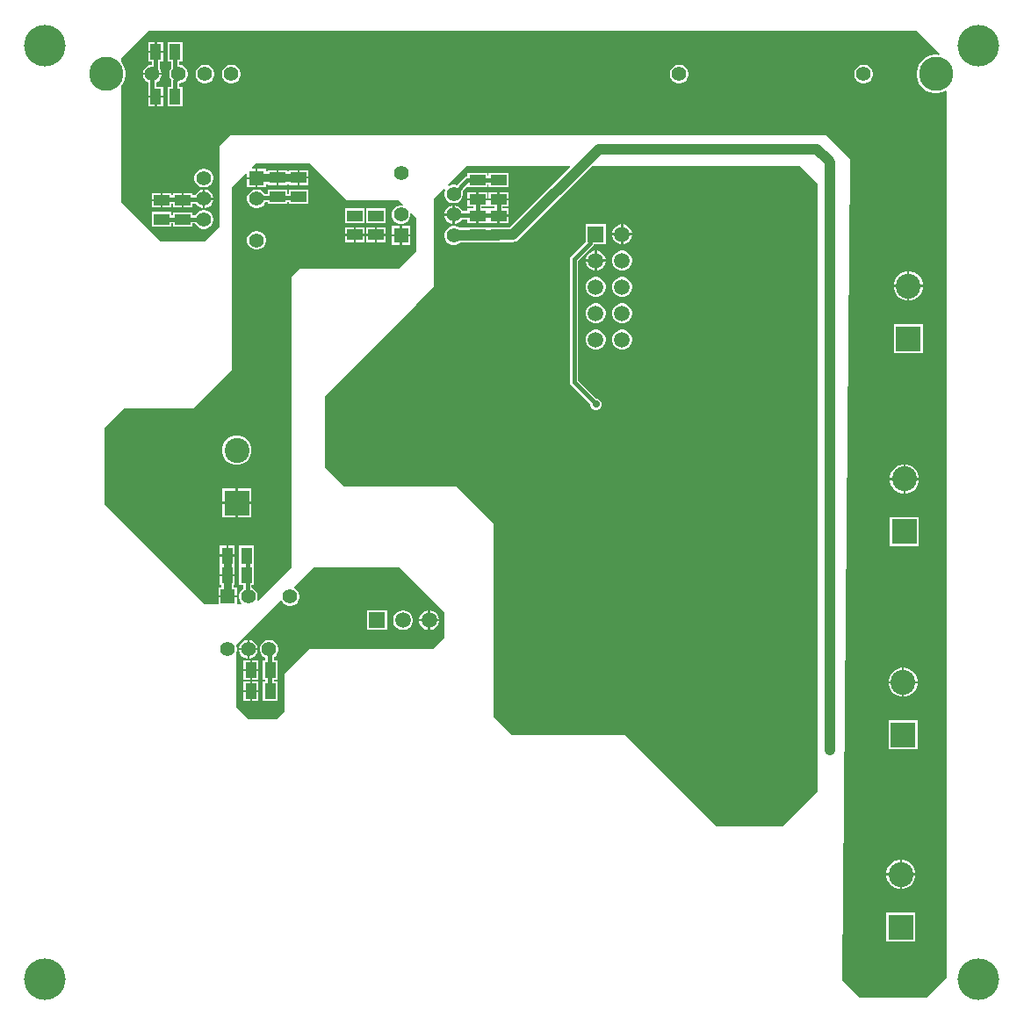
<source format=gbl>
G04*
G04 #@! TF.GenerationSoftware,Altium Limited,Altium Designer,23.11.1 (41)*
G04*
G04 Layer_Physical_Order=2*
G04 Layer_Color=16711680*
%FSLAX43Y43*%
%MOMM*%
G71*
G04*
G04 #@! TF.SameCoordinates,5C86F8B5-C48D-4B9D-AEF1-1A40F40C4F51*
G04*
G04*
G04 #@! TF.FilePolarity,Positive*
G04*
G01*
G75*
%ADD39R,1.500X1.000*%
%ADD40R,1.000X1.500*%
%ADD46C,0.381*%
%ADD47C,0.800*%
%ADD48R,1.400X1.400*%
%ADD49C,1.400*%
%ADD50C,3.300*%
%ADD51C,2.400*%
%ADD52R,2.400X2.400*%
%ADD53C,4.000*%
%ADD54C,1.508*%
%ADD55C,1.500*%
%ADD56R,1.500X1.500*%
%ADD57R,1.508X1.508*%
%ADD58R,1.400X1.400*%
%ADD59C,0.700*%
%ADD60C,1.000*%
G36*
X91213Y94187D02*
X91150Y94070D01*
X91065Y94087D01*
X90701D01*
X90343Y94016D01*
X90007Y93876D01*
X89704Y93674D01*
X89446Y93416D01*
X89244Y93113D01*
X89104Y92777D01*
X89033Y92419D01*
Y92055D01*
X89104Y91697D01*
X89244Y91361D01*
X89446Y91058D01*
X89704Y90800D01*
X90007Y90598D01*
X90343Y90458D01*
X90701Y90387D01*
X91065D01*
X91423Y90458D01*
X91759Y90598D01*
X91788Y90617D01*
X91900Y90557D01*
Y5100D01*
X90000Y3200D01*
X83500D01*
X81816Y4900D01*
X82565Y84035D01*
X80300Y86300D01*
X22800D01*
X21800Y85300D01*
Y77500D01*
X20400Y76100D01*
X17900Y76100D01*
X16100Y76100D01*
X12300Y79900D01*
Y91038D01*
X12320Y91058D01*
X12522Y91361D01*
X12662Y91697D01*
X12733Y92055D01*
Y92419D01*
X12662Y92777D01*
X12522Y93113D01*
X12320Y93416D01*
X12300Y93436D01*
Y93700D01*
X15000Y96400D01*
X89000D01*
X91213Y94187D01*
D02*
G37*
G36*
X34000Y80100D02*
X39100D01*
X39525Y79675D01*
X39459Y79561D01*
X39419Y79572D01*
X39183D01*
X38954Y79511D01*
X38748Y79392D01*
X38581Y79225D01*
X38462Y79019D01*
X38401Y78790D01*
Y78554D01*
X38462Y78325D01*
X38581Y78119D01*
X38748Y77952D01*
X38954Y77833D01*
X39183Y77772D01*
X39419D01*
X39648Y77833D01*
X39854Y77952D01*
X40021Y78119D01*
X40140Y78325D01*
X40201Y78554D01*
Y78790D01*
X40190Y78830D01*
X40304Y78896D01*
X40800Y78400D01*
Y75100D01*
X40700D01*
X39100Y73500D01*
X29600D01*
X28800Y72700D01*
Y44700D01*
X25519Y41419D01*
X25418Y41497D01*
X25432Y41522D01*
X25493Y41751D01*
Y41987D01*
X25432Y42216D01*
X25313Y42422D01*
X25146Y42589D01*
X24940Y42708D01*
X24898Y42719D01*
Y42951D01*
X25107D01*
Y44851D01*
X25107D01*
Y44856D01*
X25107D01*
Y46756D01*
X23707D01*
Y44856D01*
X23707D01*
Y44851D01*
X23707D01*
Y42951D01*
X24102D01*
Y42625D01*
X24040Y42589D01*
X23873Y42422D01*
X23754Y42216D01*
X23693Y41987D01*
Y41751D01*
X23754Y41522D01*
X23873Y41316D01*
X23962Y41227D01*
X23910Y41100D01*
X23493D01*
Y41769D01*
X22593D01*
X21693D01*
Y41100D01*
X20400Y41100D01*
X10700Y50800D01*
X10700Y58100D01*
X12600Y60000D01*
X19300D01*
X23000Y63700D01*
Y81300D01*
X24358Y82658D01*
X24475Y82609D01*
Y82309D01*
X25275D01*
Y83109D01*
X24975D01*
X24926Y83226D01*
X25300Y83600D01*
X30500D01*
X34000Y80100D01*
D02*
G37*
G36*
X79500Y81700D02*
Y23100D01*
X76100Y19700D01*
X69700D01*
X60900Y28500D01*
X50000D01*
X48200Y30300D01*
Y48900D01*
X44600Y52500D01*
X33800D01*
X32000Y54300D01*
Y61100D01*
X40800Y70000D01*
Y70100D01*
X42500Y71800D01*
Y80200D01*
X43500Y81200D01*
X43602Y81122D01*
X43542Y81019D01*
X43481Y80790D01*
Y80554D01*
X43542Y80325D01*
X43661Y80119D01*
X43828Y79952D01*
X44034Y79833D01*
X44263Y79772D01*
X44499D01*
X44728Y79833D01*
X44934Y79952D01*
X45101Y80119D01*
X45220Y80325D01*
X45281Y80554D01*
Y80790D01*
X45235Y80963D01*
X45622Y81350D01*
X45717Y81310D01*
Y81310D01*
X47617D01*
Y81613D01*
X47749D01*
Y81311D01*
X49649D01*
Y82711D01*
X47749D01*
Y82409D01*
X47617D01*
Y82710D01*
X45717D01*
Y82409D01*
X45568Y82379D01*
X45439Y82293D01*
X44672Y81526D01*
X44499Y81572D01*
X44263D01*
X44034Y81511D01*
X43931Y81451D01*
X43853Y81553D01*
X45700Y83400D01*
X55592D01*
X55641Y83283D01*
X49795Y77437D01*
X48699D01*
X48653Y77431D01*
X47749D01*
Y77408D01*
X47617D01*
Y77431D01*
X45717D01*
Y77408D01*
X44907D01*
X44728Y77511D01*
X44499Y77572D01*
X44263D01*
X44034Y77511D01*
X43828Y77392D01*
X43661Y77225D01*
X43542Y77019D01*
X43481Y76790D01*
Y76554D01*
X43542Y76325D01*
X43661Y76119D01*
X43828Y75952D01*
X44034Y75833D01*
X44263Y75772D01*
X44499D01*
X44728Y75833D01*
X44934Y75952D01*
X44977Y75995D01*
X48669D01*
X48852Y76020D01*
X48865Y76025D01*
X50087D01*
X50270Y76049D01*
X50440Y76120D01*
X50587Y76232D01*
X57755Y83400D01*
X77800D01*
X79500Y81700D01*
D02*
G37*
G36*
X43500Y40400D02*
Y37900D01*
X42400Y36800D01*
X30500D01*
X28100Y34400D01*
Y30800D01*
X27300Y30000D01*
X24600D01*
X23400Y31200D01*
Y36387D01*
X23432Y36442D01*
X23493Y36671D01*
Y36907D01*
X23432Y37136D01*
X23400Y37191D01*
Y37200D01*
X27649Y41449D01*
X27808Y41428D01*
X27873Y41316D01*
X28040Y41149D01*
X28246Y41030D01*
X28475Y40969D01*
X28711D01*
X28940Y41030D01*
X29146Y41149D01*
X29313Y41316D01*
X29432Y41522D01*
X29493Y41751D01*
Y41987D01*
X29432Y42216D01*
X29313Y42422D01*
X29146Y42589D01*
X29034Y42654D01*
X29013Y42813D01*
X30900Y44700D01*
X39200D01*
X43500Y40400D01*
D02*
G37*
%LPC*%
G36*
X16368Y95346D02*
X15768D01*
Y94496D01*
X16368D01*
Y95346D01*
D02*
G37*
G36*
X15568D02*
X14968D01*
Y94496D01*
X15568D01*
Y95346D01*
D02*
G37*
G36*
X16368Y94296D02*
X15668D01*
X14968D01*
Y93446D01*
X15270D01*
Y93137D01*
X15205D01*
X14976Y93076D01*
X14770Y92957D01*
X14603Y92790D01*
X14484Y92584D01*
X14423Y92355D01*
Y92337D01*
X16223D01*
Y92355D01*
X16162Y92584D01*
X16050Y92777D01*
X16066Y92858D01*
Y93446D01*
X16368D01*
Y94296D01*
D02*
G37*
G36*
X84021Y93137D02*
X83785D01*
X83556Y93076D01*
X83350Y92957D01*
X83183Y92790D01*
X83064Y92584D01*
X83003Y92355D01*
Y92119D01*
X83064Y91890D01*
X83183Y91684D01*
X83350Y91517D01*
X83556Y91398D01*
X83785Y91337D01*
X84021D01*
X84250Y91398D01*
X84456Y91517D01*
X84623Y91684D01*
X84742Y91890D01*
X84803Y92119D01*
Y92355D01*
X84742Y92584D01*
X84623Y92790D01*
X84456Y92957D01*
X84250Y93076D01*
X84021Y93137D01*
D02*
G37*
G36*
X66241D02*
X66005D01*
X65776Y93076D01*
X65570Y92957D01*
X65403Y92790D01*
X65284Y92584D01*
X65223Y92355D01*
Y92119D01*
X65284Y91890D01*
X65403Y91684D01*
X65570Y91517D01*
X65776Y91398D01*
X66005Y91337D01*
X66241D01*
X66470Y91398D01*
X66676Y91517D01*
X66843Y91684D01*
X66962Y91890D01*
X67023Y92119D01*
Y92355D01*
X66962Y92584D01*
X66843Y92790D01*
X66676Y92957D01*
X66470Y93076D01*
X66241Y93137D01*
D02*
G37*
G36*
X23061D02*
X22825D01*
X22596Y93076D01*
X22390Y92957D01*
X22223Y92790D01*
X22104Y92584D01*
X22043Y92355D01*
Y92119D01*
X22104Y91890D01*
X22223Y91684D01*
X22390Y91517D01*
X22596Y91398D01*
X22825Y91337D01*
X23061D01*
X23290Y91398D01*
X23496Y91517D01*
X23663Y91684D01*
X23782Y91890D01*
X23843Y92119D01*
Y92355D01*
X23782Y92584D01*
X23663Y92790D01*
X23496Y92957D01*
X23290Y93076D01*
X23061Y93137D01*
D02*
G37*
G36*
X20521D02*
X20285D01*
X20056Y93076D01*
X19850Y92957D01*
X19683Y92790D01*
X19564Y92584D01*
X19503Y92355D01*
Y92119D01*
X19564Y91890D01*
X19683Y91684D01*
X19850Y91517D01*
X20056Y91398D01*
X20285Y91337D01*
X20521D01*
X20750Y91398D01*
X20956Y91517D01*
X21123Y91684D01*
X21242Y91890D01*
X21303Y92119D01*
Y92355D01*
X21242Y92584D01*
X21123Y92790D01*
X20956Y92957D01*
X20750Y93076D01*
X20521Y93137D01*
D02*
G37*
G36*
X16223Y92137D02*
X14423D01*
Y92119D01*
X14484Y91890D01*
X14603Y91684D01*
X14770Y91517D01*
X14925Y91428D01*
Y90673D01*
X14955Y90521D01*
X14968Y90501D01*
Y90178D01*
X15668D01*
X16368D01*
Y91028D01*
X15721D01*
Y91428D01*
X15876Y91517D01*
X16043Y91684D01*
X16162Y91890D01*
X16223Y92119D01*
Y92137D01*
D02*
G37*
G36*
X18218Y95346D02*
X16818D01*
Y93446D01*
X17120D01*
Y92858D01*
X17136Y92777D01*
X17024Y92584D01*
X16963Y92355D01*
Y92119D01*
X17024Y91890D01*
X17136Y91697D01*
X17120Y91616D01*
Y91028D01*
X16818D01*
Y89128D01*
X18218D01*
Y91028D01*
X17916D01*
Y91337D01*
X17981D01*
X18210Y91398D01*
X18416Y91517D01*
X18583Y91684D01*
X18702Y91890D01*
X18763Y92119D01*
Y92355D01*
X18702Y92584D01*
X18583Y92790D01*
X18416Y92957D01*
X18210Y93076D01*
X17981Y93137D01*
X17916D01*
Y93446D01*
X18218D01*
Y95346D01*
D02*
G37*
G36*
X16368Y89978D02*
X15768D01*
Y89128D01*
X16368D01*
Y89978D01*
D02*
G37*
G36*
X15568D02*
X14968D01*
Y89128D01*
X15568D01*
Y89978D01*
D02*
G37*
G36*
X20413Y83109D02*
X20177D01*
X19948Y83048D01*
X19742Y82929D01*
X19575Y82762D01*
X19456Y82556D01*
X19395Y82327D01*
Y82091D01*
X19456Y81862D01*
X19575Y81656D01*
X19742Y81489D01*
X19948Y81370D01*
X20177Y81309D01*
X20413D01*
X20642Y81370D01*
X20848Y81489D01*
X21015Y81656D01*
X21134Y81862D01*
X21195Y82091D01*
Y82327D01*
X21134Y82556D01*
X21015Y82762D01*
X20848Y82929D01*
X20642Y83048D01*
X20413Y83109D01*
D02*
G37*
G36*
X20195Y81109D02*
X20177D01*
X19948Y81048D01*
X19742Y80929D01*
X19575Y80762D01*
X19456Y80556D01*
X19453Y80546D01*
X19213D01*
Y80750D01*
X18363D01*
Y80050D01*
Y79350D01*
X19213D01*
Y79749D01*
X19521D01*
X19575Y79656D01*
X19742Y79489D01*
X19948Y79370D01*
X20177Y79309D01*
X20195D01*
Y80209D01*
X20295D01*
D01*
X20195D01*
Y81109D01*
D02*
G37*
G36*
X20413D02*
X20395D01*
Y80309D01*
X21195D01*
Y80327D01*
X21134Y80556D01*
X21015Y80762D01*
X20848Y80929D01*
X20642Y81048D01*
X20413Y81109D01*
D02*
G37*
G36*
X16131Y80786D02*
X15281D01*
Y80186D01*
X16131D01*
Y80786D01*
D02*
G37*
G36*
Y79986D02*
X15281D01*
Y79386D01*
X16131D01*
Y79986D01*
D02*
G37*
G36*
X17181Y80786D02*
X16331D01*
Y80086D01*
Y79386D01*
X17181D01*
Y79749D01*
X17313D01*
Y79350D01*
X18163D01*
Y80050D01*
Y80750D01*
X17313D01*
Y80546D01*
X17181D01*
Y80786D01*
D02*
G37*
G36*
X21195Y80109D02*
X20395D01*
Y79309D01*
X20413D01*
X20642Y79370D01*
X20848Y79489D01*
X21015Y79656D01*
X21134Y79862D01*
X21195Y80091D01*
Y80109D01*
D02*
G37*
G36*
X20413Y79109D02*
X20177D01*
X19948Y79048D01*
X19742Y78929D01*
X19575Y78762D01*
X19493Y78621D01*
X19213D01*
Y78900D01*
X17313D01*
Y78621D01*
X17181D01*
Y78936D01*
X15281D01*
Y77536D01*
X17181D01*
Y77824D01*
X17313D01*
Y77500D01*
X19213D01*
Y77824D01*
X19478D01*
X19575Y77656D01*
X19742Y77489D01*
X19948Y77370D01*
X20177Y77309D01*
X20413D01*
X20642Y77370D01*
X20848Y77489D01*
X21015Y77656D01*
X21134Y77862D01*
X21195Y78091D01*
Y78327D01*
X21134Y78556D01*
X21015Y78762D01*
X20848Y78929D01*
X20642Y79048D01*
X20413Y79109D01*
D02*
G37*
G36*
X88405Y73205D02*
X88321D01*
Y71905D01*
X89621D01*
Y71989D01*
X89526Y72345D01*
X89341Y72665D01*
X89081Y72925D01*
X88761Y73110D01*
X88405Y73205D01*
D02*
G37*
G36*
X88121D02*
X88037D01*
X87681Y73110D01*
X87361Y72925D01*
X87101Y72665D01*
X86916Y72345D01*
X86821Y71989D01*
Y71905D01*
X88121D01*
Y73205D01*
D02*
G37*
G36*
X89621Y71705D02*
X88321D01*
Y70405D01*
X88405D01*
X88761Y70500D01*
X89081Y70685D01*
X89341Y70945D01*
X89526Y71265D01*
X89621Y71621D01*
Y71705D01*
D02*
G37*
G36*
X88121D02*
X86821D01*
Y71621D01*
X86916Y71265D01*
X87101Y70945D01*
X87361Y70685D01*
X87681Y70500D01*
X88037Y70405D01*
X88121D01*
Y71705D01*
D02*
G37*
G36*
X89621Y68125D02*
X86821D01*
Y65325D01*
X89621D01*
Y68125D01*
D02*
G37*
G36*
X88024Y54598D02*
X87940D01*
Y53298D01*
X89240D01*
Y53382D01*
X89145Y53738D01*
X88960Y54058D01*
X88700Y54318D01*
X88380Y54503D01*
X88024Y54598D01*
D02*
G37*
G36*
X87740D02*
X87656D01*
X87300Y54503D01*
X86980Y54318D01*
X86720Y54058D01*
X86535Y53738D01*
X86440Y53382D01*
Y53298D01*
X87740D01*
Y54598D01*
D02*
G37*
G36*
X89240Y53098D02*
X87940D01*
Y51798D01*
X88024D01*
X88380Y51893D01*
X88700Y52078D01*
X88960Y52338D01*
X89145Y52658D01*
X89240Y53014D01*
Y53098D01*
D02*
G37*
G36*
X87740D02*
X86440D01*
Y53014D01*
X86535Y52658D01*
X86720Y52338D01*
X86980Y52078D01*
X87300Y51893D01*
X87656Y51798D01*
X87740D01*
Y53098D01*
D02*
G37*
G36*
X89240Y49518D02*
X86440D01*
Y46718D01*
X89240D01*
Y49518D01*
D02*
G37*
G36*
X87897Y34992D02*
X87813D01*
Y33692D01*
X89113D01*
Y33776D01*
X89018Y34132D01*
X88833Y34452D01*
X88573Y34712D01*
X88253Y34897D01*
X87897Y34992D01*
D02*
G37*
G36*
X87613D02*
X87529D01*
X87173Y34897D01*
X86853Y34712D01*
X86593Y34452D01*
X86408Y34132D01*
X86313Y33776D01*
Y33692D01*
X87613D01*
Y34992D01*
D02*
G37*
G36*
X89113Y33492D02*
X87813D01*
Y32192D01*
X87897D01*
X88253Y32287D01*
X88573Y32472D01*
X88833Y32732D01*
X89018Y33052D01*
X89113Y33408D01*
Y33492D01*
D02*
G37*
G36*
X87613D02*
X86313D01*
Y33408D01*
X86408Y33052D01*
X86593Y32732D01*
X86853Y32472D01*
X87173Y32287D01*
X87529Y32192D01*
X87613D01*
Y33492D01*
D02*
G37*
G36*
X89113Y29912D02*
X86313D01*
Y27112D01*
X89113D01*
Y29912D01*
D02*
G37*
G36*
X87684Y16480D02*
X87600D01*
Y15180D01*
X88900D01*
Y15264D01*
X88805Y15620D01*
X88620Y15940D01*
X88360Y16200D01*
X88040Y16385D01*
X87684Y16480D01*
D02*
G37*
G36*
X87400D02*
X87316D01*
X86960Y16385D01*
X86640Y16200D01*
X86380Y15940D01*
X86195Y15620D01*
X86100Y15264D01*
Y15180D01*
X87400D01*
Y16480D01*
D02*
G37*
G36*
X88900Y14980D02*
X87600D01*
Y13680D01*
X87684D01*
X88040Y13775D01*
X88360Y13960D01*
X88620Y14220D01*
X88805Y14540D01*
X88900Y14896D01*
Y14980D01*
D02*
G37*
G36*
X87400D02*
X86100D01*
Y14896D01*
X86195Y14540D01*
X86380Y14220D01*
X86640Y13960D01*
X86960Y13775D01*
X87316Y13680D01*
X87400D01*
Y14980D01*
D02*
G37*
G36*
X88900Y11400D02*
X86100D01*
Y8600D01*
X88900D01*
Y11400D01*
D02*
G37*
G36*
X29339Y82945D02*
X28489D01*
Y82839D01*
X28357D01*
Y82945D01*
X27507D01*
Y82245D01*
Y81545D01*
X28357D01*
Y81615D01*
X28489D01*
Y81545D01*
X29339D01*
Y82245D01*
Y82945D01*
D02*
G37*
G36*
X30389D02*
X29539D01*
Y82345D01*
X30389D01*
Y82945D01*
D02*
G37*
G36*
Y82145D02*
X29539D01*
Y81545D01*
X30389D01*
Y82145D01*
D02*
G37*
G36*
X26275Y83109D02*
X25475D01*
Y82209D01*
Y81309D01*
X26275D01*
Y81615D01*
X26457D01*
Y81545D01*
X27307D01*
Y82245D01*
Y82945D01*
X26457D01*
Y82839D01*
X26275D01*
Y83109D01*
D02*
G37*
G36*
X25275Y82109D02*
X24475D01*
Y81309D01*
X25275D01*
Y82109D01*
D02*
G37*
G36*
X25493Y81109D02*
X25257D01*
X25028Y81048D01*
X24822Y80929D01*
X24655Y80762D01*
X24536Y80556D01*
X24475Y80327D01*
Y80091D01*
X24536Y79862D01*
X24655Y79656D01*
X24822Y79489D01*
X25028Y79370D01*
X25257Y79309D01*
X25493D01*
X25722Y79370D01*
X25928Y79489D01*
X26095Y79656D01*
X26214Y79862D01*
X26225Y79904D01*
X26457D01*
Y79695D01*
X28357D01*
Y79904D01*
X28489D01*
Y79695D01*
X30389D01*
Y81095D01*
X28489D01*
Y80700D01*
X28357D01*
Y81095D01*
X26457D01*
Y80700D01*
X26131D01*
X26095Y80762D01*
X25928Y80929D01*
X25722Y81048D01*
X25493Y81109D01*
D02*
G37*
G36*
X37838Y79281D02*
X35938D01*
Y77881D01*
X37838D01*
Y79281D01*
D02*
G37*
G36*
X35806D02*
X33906D01*
Y77881D01*
X35806D01*
Y79281D01*
D02*
G37*
G36*
X37838Y77431D02*
X36988D01*
Y76831D01*
X37838D01*
Y77431D01*
D02*
G37*
G36*
X36788D02*
X35938D01*
Y76831D01*
X36788D01*
Y77431D01*
D02*
G37*
G36*
X35806D02*
X34956D01*
Y76831D01*
X35806D01*
Y77431D01*
D02*
G37*
G36*
X34756D02*
X33906D01*
Y76831D01*
X34756D01*
Y77431D01*
D02*
G37*
G36*
X40201Y77572D02*
X39401D01*
Y76772D01*
X40201D01*
Y77572D01*
D02*
G37*
G36*
X39201D02*
X38401D01*
Y76772D01*
X39201D01*
Y77572D01*
D02*
G37*
G36*
X37838Y76631D02*
X36988D01*
Y76031D01*
X37838D01*
Y76631D01*
D02*
G37*
G36*
X36788D02*
X35938D01*
Y76031D01*
X36788D01*
Y76631D01*
D02*
G37*
G36*
X35806D02*
X34956D01*
Y76031D01*
X35806D01*
Y76631D01*
D02*
G37*
G36*
X34756D02*
X33906D01*
Y76031D01*
X34756D01*
Y76631D01*
D02*
G37*
G36*
X40201Y76572D02*
X39401D01*
Y75772D01*
X40201D01*
Y76572D01*
D02*
G37*
G36*
X39201D02*
X38401D01*
Y75772D01*
X39201D01*
Y76572D01*
D02*
G37*
G36*
X25493Y77109D02*
X25257D01*
X25028Y77048D01*
X24822Y76929D01*
X24655Y76762D01*
X24536Y76556D01*
X24475Y76327D01*
Y76091D01*
X24536Y75862D01*
X24655Y75656D01*
X24822Y75489D01*
X25028Y75370D01*
X25257Y75309D01*
X25493D01*
X25722Y75370D01*
X25928Y75489D01*
X26095Y75656D01*
X26214Y75862D01*
X26275Y76091D01*
Y76327D01*
X26214Y76556D01*
X26095Y76762D01*
X25928Y76929D01*
X25722Y77048D01*
X25493Y77109D01*
D02*
G37*
G36*
X23656Y57376D02*
X23288D01*
X22932Y57281D01*
X22612Y57096D01*
X22352Y56836D01*
X22167Y56516D01*
X22072Y56160D01*
Y55792D01*
X22167Y55436D01*
X22352Y55116D01*
X22612Y54856D01*
X22932Y54671D01*
X23288Y54576D01*
X23656D01*
X24012Y54671D01*
X24332Y54856D01*
X24592Y55116D01*
X24777Y55436D01*
X24872Y55792D01*
Y56160D01*
X24777Y56516D01*
X24592Y56836D01*
X24332Y57096D01*
X24012Y57281D01*
X23656Y57376D01*
D02*
G37*
G36*
X24872Y52296D02*
X23572D01*
Y50996D01*
X24872D01*
Y52296D01*
D02*
G37*
G36*
X23372D02*
X22072D01*
Y50996D01*
X23372D01*
Y52296D01*
D02*
G37*
G36*
X24872Y50796D02*
X23572D01*
Y49496D01*
X24872D01*
Y50796D01*
D02*
G37*
G36*
X23372D02*
X22072D01*
Y49496D01*
X23372D01*
Y50796D01*
D02*
G37*
G36*
X23257Y46756D02*
X22657D01*
Y45906D01*
X23257D01*
Y46756D01*
D02*
G37*
G36*
X22457D02*
X21857D01*
Y45906D01*
X22457D01*
Y46756D01*
D02*
G37*
G36*
X23257Y45706D02*
X22557D01*
X21857D01*
Y44978D01*
X21857Y44856D01*
X21857D01*
Y44851D01*
X21857D01*
Y44001D01*
X22557D01*
X23257D01*
Y44729D01*
X23257Y44851D01*
X23257D01*
Y44856D01*
X23257D01*
Y45706D01*
D02*
G37*
G36*
Y43801D02*
X22557D01*
X21857D01*
Y42951D01*
X21963D01*
Y42769D01*
X21693D01*
Y41969D01*
X22593D01*
X23493D01*
Y42769D01*
X23187D01*
Y42951D01*
X23257D01*
Y43801D01*
D02*
G37*
G36*
X49649Y80861D02*
X48799D01*
Y80261D01*
X49649D01*
Y80861D01*
D02*
G37*
G36*
X48599D02*
X47749D01*
Y80261D01*
X48599D01*
Y80861D01*
D02*
G37*
G36*
X47617Y80860D02*
X46767D01*
Y80260D01*
X47617D01*
Y80860D01*
D02*
G37*
G36*
X46567D02*
X45717D01*
Y80260D01*
X46567D01*
Y80860D01*
D02*
G37*
G36*
X46667Y80160D02*
D01*
Y80060D01*
X45717D01*
Y79460D01*
X46269D01*
Y79281D01*
X45717D01*
Y79025D01*
X45217D01*
X45101Y79225D01*
X44934Y79392D01*
X44728Y79511D01*
X44499Y79572D01*
X44481D01*
Y78672D01*
Y77772D01*
X44499D01*
X44728Y77833D01*
X44934Y77952D01*
X45101Y78119D01*
X45164Y78228D01*
X45717D01*
Y77881D01*
X46567D01*
Y78581D01*
X46767D01*
Y77881D01*
X47617D01*
Y78228D01*
X47749D01*
Y77881D01*
X48599D01*
Y78581D01*
X48699D01*
Y78681D01*
X49649D01*
Y79281D01*
X49097D01*
Y79461D01*
X49649D01*
Y80061D01*
X48699D01*
X47749D01*
Y79461D01*
X48301D01*
Y79281D01*
X47749D01*
Y79025D01*
X47617D01*
Y79281D01*
X47065D01*
Y79460D01*
X47617D01*
Y80060D01*
X46667D01*
Y80160D01*
D02*
G37*
G36*
X44281Y79572D02*
X44263D01*
X44034Y79511D01*
X43828Y79392D01*
X43661Y79225D01*
X43542Y79019D01*
X43481Y78790D01*
Y78772D01*
X44281D01*
Y79572D01*
D02*
G37*
G36*
X49649Y78481D02*
X48799D01*
Y77881D01*
X49649D01*
Y78481D01*
D02*
G37*
G36*
X44281Y78572D02*
X43481D01*
Y78554D01*
X43542Y78325D01*
X43661Y78119D01*
X43828Y77952D01*
X44034Y77833D01*
X44263Y77772D01*
X44281D01*
Y78572D01*
D02*
G37*
G36*
X60758Y77742D02*
X60733D01*
Y76892D01*
X61583D01*
Y76917D01*
X61518Y77159D01*
X61393Y77375D01*
X61216Y77552D01*
X61000Y77677D01*
X60758Y77742D01*
D02*
G37*
G36*
X60533D02*
X60508D01*
X60266Y77677D01*
X60050Y77552D01*
X59873Y77375D01*
X59748Y77159D01*
X59683Y76917D01*
Y76892D01*
X60533D01*
Y77742D01*
D02*
G37*
G36*
X61583Y76692D02*
X60733D01*
Y75842D01*
X60758D01*
X61000Y75907D01*
X61216Y76032D01*
X61393Y76209D01*
X61518Y76425D01*
X61583Y76667D01*
Y76692D01*
D02*
G37*
G36*
X60533D02*
X59683D01*
Y76667D01*
X59748Y76425D01*
X59873Y76209D01*
X60050Y76032D01*
X60266Y75907D01*
X60508Y75842D01*
X60533D01*
Y76692D01*
D02*
G37*
G36*
X58218Y75202D02*
X58193D01*
Y74352D01*
X59043D01*
Y74377D01*
X58978Y74619D01*
X58853Y74835D01*
X58676Y75012D01*
X58460Y75137D01*
X58218Y75202D01*
D02*
G37*
G36*
X57993D02*
X57968D01*
X57726Y75137D01*
X57510Y75012D01*
X57333Y74835D01*
X57208Y74619D01*
X57143Y74377D01*
Y74352D01*
X57993D01*
Y75202D01*
D02*
G37*
G36*
X60758D02*
X60508D01*
X60266Y75137D01*
X60050Y75012D01*
X59873Y74835D01*
X59748Y74619D01*
X59683Y74377D01*
Y74127D01*
X59748Y73885D01*
X59873Y73669D01*
X60050Y73492D01*
X60266Y73367D01*
X60508Y73302D01*
X60758D01*
X61000Y73367D01*
X61216Y73492D01*
X61393Y73669D01*
X61518Y73885D01*
X61583Y74127D01*
Y74377D01*
X61518Y74619D01*
X61393Y74835D01*
X61216Y75012D01*
X61000Y75137D01*
X60758Y75202D01*
D02*
G37*
G36*
X59043Y74152D02*
X58193D01*
Y73302D01*
X58218D01*
X58460Y73367D01*
X58676Y73492D01*
X58853Y73669D01*
X58978Y73885D01*
X59043Y74127D01*
Y74152D01*
D02*
G37*
G36*
X57993D02*
X57143D01*
Y74127D01*
X57208Y73885D01*
X57333Y73669D01*
X57510Y73492D01*
X57726Y73367D01*
X57968Y73302D01*
X57993D01*
Y74152D01*
D02*
G37*
G36*
X60758Y72662D02*
X60508D01*
X60266Y72597D01*
X60050Y72472D01*
X59873Y72295D01*
X59748Y72079D01*
X59683Y71837D01*
Y71587D01*
X59748Y71345D01*
X59873Y71129D01*
X60050Y70952D01*
X60266Y70827D01*
X60508Y70762D01*
X60758D01*
X61000Y70827D01*
X61216Y70952D01*
X61393Y71129D01*
X61518Y71345D01*
X61583Y71587D01*
Y71837D01*
X61518Y72079D01*
X61393Y72295D01*
X61216Y72472D01*
X61000Y72597D01*
X60758Y72662D01*
D02*
G37*
G36*
X58218D02*
X57968D01*
X57726Y72597D01*
X57510Y72472D01*
X57333Y72295D01*
X57208Y72079D01*
X57143Y71837D01*
Y71587D01*
X57208Y71345D01*
X57333Y71129D01*
X57510Y70952D01*
X57726Y70827D01*
X57968Y70762D01*
X58218D01*
X58460Y70827D01*
X58676Y70952D01*
X58853Y71129D01*
X58978Y71345D01*
X59043Y71587D01*
Y71837D01*
X58978Y72079D01*
X58853Y72295D01*
X58676Y72472D01*
X58460Y72597D01*
X58218Y72662D01*
D02*
G37*
G36*
X60758Y70122D02*
X60508D01*
X60266Y70057D01*
X60050Y69932D01*
X59873Y69755D01*
X59748Y69539D01*
X59683Y69297D01*
Y69047D01*
X59748Y68805D01*
X59873Y68589D01*
X60050Y68412D01*
X60266Y68287D01*
X60508Y68222D01*
X60758D01*
X61000Y68287D01*
X61216Y68412D01*
X61393Y68589D01*
X61518Y68805D01*
X61583Y69047D01*
Y69297D01*
X61518Y69539D01*
X61393Y69755D01*
X61216Y69932D01*
X61000Y70057D01*
X60758Y70122D01*
D02*
G37*
G36*
X58218D02*
X57968D01*
X57726Y70057D01*
X57510Y69932D01*
X57333Y69755D01*
X57208Y69539D01*
X57143Y69297D01*
Y69047D01*
X57208Y68805D01*
X57333Y68589D01*
X57510Y68412D01*
X57726Y68287D01*
X57968Y68222D01*
X58218D01*
X58460Y68287D01*
X58676Y68412D01*
X58853Y68589D01*
X58978Y68805D01*
X59043Y69047D01*
Y69297D01*
X58978Y69539D01*
X58853Y69755D01*
X58676Y69932D01*
X58460Y70057D01*
X58218Y70122D01*
D02*
G37*
G36*
X60758Y67582D02*
X60508D01*
X60266Y67517D01*
X60050Y67392D01*
X59873Y67215D01*
X59748Y66999D01*
X59683Y66757D01*
Y66507D01*
X59748Y66265D01*
X59873Y66049D01*
X60050Y65872D01*
X60266Y65747D01*
X60508Y65682D01*
X60758D01*
X61000Y65747D01*
X61216Y65872D01*
X61393Y66049D01*
X61518Y66265D01*
X61583Y66507D01*
Y66757D01*
X61518Y66999D01*
X61393Y67215D01*
X61216Y67392D01*
X61000Y67517D01*
X60758Y67582D01*
D02*
G37*
G36*
X58218D02*
X57968D01*
X57726Y67517D01*
X57510Y67392D01*
X57333Y67215D01*
X57208Y66999D01*
X57143Y66757D01*
Y66507D01*
X57208Y66265D01*
X57333Y66049D01*
X57510Y65872D01*
X57726Y65747D01*
X57968Y65682D01*
X58218D01*
X58460Y65747D01*
X58676Y65872D01*
X58853Y66049D01*
X58978Y66265D01*
X59043Y66507D01*
Y66757D01*
X58978Y66999D01*
X58853Y67215D01*
X58676Y67392D01*
X58460Y67517D01*
X58218Y67582D01*
D02*
G37*
G36*
X59043Y77742D02*
X57143D01*
Y76271D01*
X57135Y76232D01*
Y76098D01*
X55718Y74682D01*
X55632Y74552D01*
X55602Y74400D01*
Y62500D01*
X55632Y62348D01*
X55718Y62218D01*
X57550Y60387D01*
Y60291D01*
X57634Y60088D01*
X57788Y59934D01*
X57991Y59850D01*
X58209D01*
X58412Y59934D01*
X58566Y60088D01*
X58650Y60291D01*
Y60509D01*
X58566Y60712D01*
X58412Y60866D01*
X58209Y60950D01*
X58113D01*
X56398Y62665D01*
Y74235D01*
X57815Y75652D01*
X57901Y75781D01*
X57913Y75842D01*
X59043D01*
Y77742D01*
D02*
G37*
G36*
X42137Y40535D02*
X42111D01*
Y39681D01*
X42965D01*
Y39707D01*
X42900Y39949D01*
X42774Y40167D01*
X42597Y40344D01*
X42379Y40470D01*
X42137Y40535D01*
D02*
G37*
G36*
X41911D02*
X41885D01*
X41643Y40470D01*
X41425Y40344D01*
X41248Y40167D01*
X41122Y39949D01*
X41057Y39707D01*
Y39681D01*
X41911D01*
Y40535D01*
D02*
G37*
G36*
X42965Y39481D02*
X42111D01*
Y38627D01*
X42137D01*
X42379Y38692D01*
X42597Y38818D01*
X42774Y38995D01*
X42900Y39213D01*
X42965Y39455D01*
Y39481D01*
D02*
G37*
G36*
X41911D02*
X41057D01*
Y39455D01*
X41122Y39213D01*
X41248Y38995D01*
X41425Y38818D01*
X41643Y38692D01*
X41885Y38627D01*
X41911D01*
Y39481D01*
D02*
G37*
G36*
X39637Y40535D02*
X39385D01*
X39143Y40470D01*
X38925Y40344D01*
X38748Y40167D01*
X38622Y39949D01*
X38557Y39707D01*
Y39455D01*
X38622Y39213D01*
X38748Y38995D01*
X38925Y38818D01*
X39143Y38692D01*
X39385Y38627D01*
X39637D01*
X39879Y38692D01*
X40097Y38818D01*
X40274Y38995D01*
X40400Y39213D01*
X40465Y39455D01*
Y39707D01*
X40400Y39949D01*
X40274Y40167D01*
X40097Y40344D01*
X39879Y40470D01*
X39637Y40535D01*
D02*
G37*
G36*
X37965D02*
X36057D01*
Y38627D01*
X37965D01*
Y40535D01*
D02*
G37*
G36*
X24711Y37689D02*
X24693D01*
Y36889D01*
X25493D01*
Y36907D01*
X25432Y37136D01*
X25313Y37342D01*
X25146Y37509D01*
X24940Y37628D01*
X24711Y37689D01*
D02*
G37*
G36*
X24493D02*
X24475D01*
X24246Y37628D01*
X24040Y37509D01*
X23873Y37342D01*
X23754Y37136D01*
X23693Y36907D01*
Y36889D01*
X24493D01*
Y37689D01*
D02*
G37*
G36*
X25493Y36689D02*
X24693D01*
Y35889D01*
X24711D01*
X24940Y35950D01*
X25146Y36069D01*
X25313Y36236D01*
X25432Y36442D01*
X25493Y36671D01*
Y36689D01*
D02*
G37*
G36*
X24493D02*
X23693D01*
Y36671D01*
X23754Y36442D01*
X23873Y36236D01*
X24040Y36069D01*
X24246Y35950D01*
X24475Y35889D01*
X24493D01*
Y36689D01*
D02*
G37*
G36*
X25543Y35707D02*
X24943D01*
Y34857D01*
X25543D01*
Y35707D01*
D02*
G37*
G36*
X24743D02*
X24143D01*
Y34857D01*
X24743D01*
Y35707D01*
D02*
G37*
G36*
X25543Y34657D02*
X24943D01*
Y33807D01*
X25543D01*
Y34657D01*
D02*
G37*
G36*
X24743D02*
X24143D01*
Y33807D01*
X24743D01*
Y34657D01*
D02*
G37*
G36*
X25543Y33675D02*
X24943D01*
Y32825D01*
X25543D01*
Y33675D01*
D02*
G37*
G36*
X24743D02*
X24143D01*
Y32825D01*
X24743D01*
Y33675D01*
D02*
G37*
G36*
X26711Y37689D02*
X26475D01*
X26246Y37628D01*
X26040Y37509D01*
X25873Y37342D01*
X25754Y37136D01*
X25693Y36907D01*
Y36671D01*
X25754Y36442D01*
X25873Y36236D01*
X26040Y36069D01*
X26245Y35951D01*
Y35707D01*
X25993D01*
Y33807D01*
X26245D01*
Y33675D01*
X25993D01*
Y31775D01*
X27393D01*
Y33675D01*
X27041D01*
Y33807D01*
X27393D01*
Y35707D01*
X27041D01*
Y36009D01*
X27146Y36069D01*
X27313Y36236D01*
X27432Y36442D01*
X27493Y36671D01*
Y36907D01*
X27432Y37136D01*
X27313Y37342D01*
X27146Y37509D01*
X26940Y37628D01*
X26711Y37689D01*
D02*
G37*
G36*
X25543Y32625D02*
X24943D01*
Y31775D01*
X25543D01*
Y32625D01*
D02*
G37*
G36*
X24743D02*
X24143D01*
Y31775D01*
X24743D01*
Y32625D01*
D02*
G37*
%LPD*%
D39*
X16231Y78236D02*
D03*
Y80086D02*
D03*
X18263Y78200D02*
D03*
Y80050D02*
D03*
X29439Y82245D02*
D03*
Y80395D02*
D03*
X27407Y82245D02*
D03*
Y80395D02*
D03*
X48699Y82011D02*
D03*
Y80161D02*
D03*
X46667Y78581D02*
D03*
Y76731D02*
D03*
X48699Y78581D02*
D03*
Y76731D02*
D03*
X46667Y82010D02*
D03*
Y80160D02*
D03*
X34856Y76731D02*
D03*
Y78581D02*
D03*
X36888Y76731D02*
D03*
Y78581D02*
D03*
D40*
X17518Y94396D02*
D03*
X15668D02*
D03*
X17518Y90078D02*
D03*
X15668D02*
D03*
X26693Y34757D02*
D03*
X24843D02*
D03*
X22557Y43901D02*
D03*
X24407D02*
D03*
X26693Y32725D02*
D03*
X24843D02*
D03*
X22557Y45806D02*
D03*
X24407D02*
D03*
D46*
X57534Y75934D02*
Y76232D01*
X56000Y62500D02*
Y74400D01*
X57534Y76232D02*
X58093Y76792D01*
X56000Y74400D02*
X57534Y75934D01*
X56000Y62500D02*
X58100Y60400D01*
X26643Y32775D02*
Y36739D01*
X15323Y90673D02*
X15668Y90328D01*
X15323Y90673D02*
Y92237D01*
X15668Y90078D02*
Y90328D01*
X15323Y92513D02*
X15668Y92858D01*
Y94396D01*
X15323Y92237D02*
Y92513D01*
X17518Y91616D02*
X17863Y91961D01*
X17518Y90078D02*
Y91616D01*
X17863Y91961D02*
Y92237D01*
Y92513D01*
X17518Y92858D02*
Y94396D01*
Y92858D02*
X17863Y92513D01*
X16244Y78223D02*
X20281D01*
X16231Y78236D02*
X16244Y78223D01*
X20281D02*
X20295Y78209D01*
X16292Y80147D02*
X20233D01*
X16231Y80086D02*
X16292Y80147D01*
X20233D02*
X20295Y80209D01*
X25468Y80302D02*
X29346D01*
X25375Y80209D02*
X25468Y80302D01*
X29346D02*
X29439Y80395D01*
X26643Y32775D02*
X26693Y32725D01*
X26593Y36789D02*
X26643Y36739D01*
X24500Y41962D02*
Y45713D01*
X24407Y45806D02*
X24500Y45713D01*
Y41962D02*
X24593Y41869D01*
X45720Y82011D02*
X48699D01*
X44381Y80672D02*
X45720Y82011D01*
X46667Y78581D02*
Y78627D01*
Y80160D01*
Y78627D02*
X48653D01*
X44426D02*
X46667D01*
X48653D02*
X48699Y78581D01*
X44381Y78672D02*
X44426Y78627D01*
X48699Y78581D02*
Y80161D01*
D47*
X25393Y82227D02*
X29421D01*
X29439Y82245D01*
X25375Y82209D02*
X25393Y82227D01*
X22575Y41887D02*
Y45788D01*
Y41887D02*
X22593Y41869D01*
X22557Y45806D02*
X22575Y45788D01*
D48*
X22593Y41869D02*
D03*
D49*
X24593D02*
D03*
X22593Y36789D02*
D03*
X26593D02*
D03*
X24593D02*
D03*
X28593Y41869D02*
D03*
X15323Y92237D02*
D03*
X17863D02*
D03*
X20403D02*
D03*
X22943D02*
D03*
X66123D02*
D03*
X83903D02*
D03*
X44381Y78672D02*
D03*
Y76672D02*
D03*
Y80672D02*
D03*
X39301Y82672D02*
D03*
Y78672D02*
D03*
X25375Y76209D02*
D03*
X20295Y80209D02*
D03*
Y78209D02*
D03*
Y82209D02*
D03*
X25375Y80209D02*
D03*
D50*
X10883Y92237D02*
D03*
X90883D02*
D03*
D51*
X87500Y15080D02*
D03*
X87840Y53198D02*
D03*
X87713Y33592D02*
D03*
X88221Y71805D02*
D03*
X23472Y55976D02*
D03*
D52*
X87500Y10000D02*
D03*
X87840Y48118D02*
D03*
X87713Y28512D02*
D03*
X88221Y66725D02*
D03*
X23472Y50896D02*
D03*
D53*
X5000Y95000D02*
D03*
X95000D02*
D03*
Y5000D02*
D03*
X5000D02*
D03*
D54*
X42011Y39581D02*
D03*
X39511D02*
D03*
D55*
X58093Y74252D02*
D03*
X60633Y76792D02*
D03*
X58093Y69172D02*
D03*
Y66632D02*
D03*
X60633D02*
D03*
Y69172D02*
D03*
X58093Y71712D02*
D03*
X60633D02*
D03*
Y74252D02*
D03*
D56*
X58093Y76792D02*
D03*
D57*
X37011Y39581D02*
D03*
D58*
X39301Y76672D02*
D03*
X25375Y82209D02*
D03*
D59*
X78700Y27000D02*
D03*
X50300Y65100D02*
D03*
X71711Y62311D02*
D03*
X58100Y60400D02*
D03*
X77672Y82727D02*
D03*
X80500Y84000D02*
D03*
X80663Y65163D02*
D03*
X80759Y47165D02*
D03*
X80700Y27100D02*
D03*
X35051Y61751D02*
D03*
X71600Y81400D02*
D03*
X72800Y24300D02*
D03*
X78787Y65113D02*
D03*
X78800Y47026D02*
D03*
X72854Y44246D02*
D03*
X54700Y36878D02*
D03*
X57077Y30183D02*
D03*
X59490D02*
D03*
X67745Y63711D02*
D03*
X34852Y43264D02*
D03*
D60*
X50087Y76731D02*
X58356Y85000D01*
X48699Y76731D02*
X50087D01*
X58356Y85000D02*
X79400D01*
X80450Y83950D01*
X80700Y83700D01*
Y27100D02*
Y47165D01*
X46667Y76701D02*
X48669D01*
X80700Y65163D02*
Y83700D01*
Y47165D02*
Y65163D01*
X44410Y76701D02*
X46667D01*
X44381Y76672D02*
X44410Y76701D01*
X48669D02*
X48699Y76731D01*
M02*

</source>
